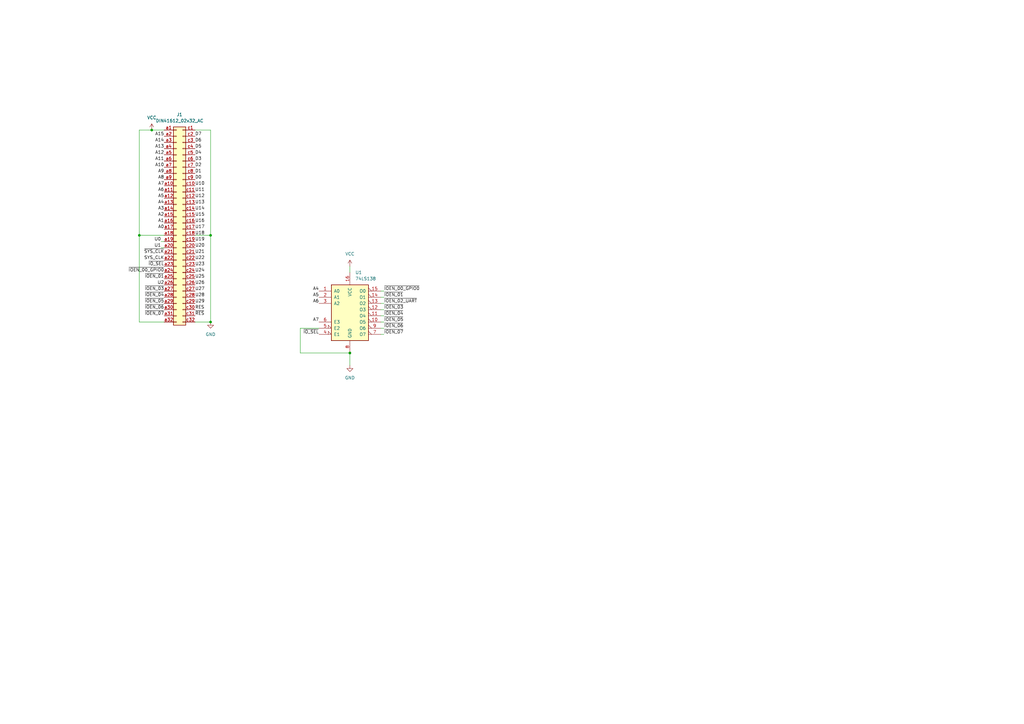
<source format=kicad_sch>
(kicad_sch (version 20230121) (generator eeschema)
  (paper "A3")
  (lib_symbols
    (symbol "74xx:74LS138" (pin_names (offset 1.016))
      (property "Reference" "U" (at -7.62 11.43 0))
      (property "Value" "74LS138" (at -7.62 -13.97 0))
      (symbol "74LS138_1_0"
        (pin input line (at -12.7 7.62 0) (length 5.08) (name "A0") (number "1"))
        (pin output output_low (at 12.7 -5.08 180) (length 5.08) (name "O5") (number "10"))
        (pin output output_low (at 12.7 -2.54 180) (length 5.08) (name "O4") (number "11"))
        (pin output output_low (at 12.7 0 180) (length 5.08) (name "O3") (number "12"))
        (pin output output_low (at 12.7 2.54 180) (length 5.08) (name "O2") (number "13"))
        (pin output output_low (at 12.7 5.08 180) (length 5.08) (name "O1") (number "14"))
        (pin output output_low (at 12.7 7.62 180) (length 5.08) (name "O0") (number "15"))
        (pin power_in line (at 0 15.24 270) (length 5.08) (name "VCC") (number "16"))
        (pin input line (at -12.7 5.08 0) (length 5.08) (name "A1") (number "2"))
        (pin input line (at -12.7 2.54 0) (length 5.08) (name "A2") (number "3"))
        (pin input input_low (at -12.7 -10.16 0) (length 5.08) (name "E1") (number "4"))
        (pin input input_low (at -12.7 -7.62 0) (length 5.08) (name "E2") (number "5"))
        (pin input line (at -12.7 -5.08 0) (length 5.08) (name "E3") (number "6"))
        (pin output output_low (at 12.7 -10.16 180) (length 5.08) (name "O7") (number "7"))
        (pin power_in line (at 0 -17.78 90) (length 5.08) (name "GND") (number "8"))
        (pin output output_low (at 12.7 -7.62 180) (length 5.08) (name "O6") (number "9"))
      )
      (symbol "74LS138_1_1"
        (rectangle (start -7.62 10.16) (end 7.62 -12.7) (stroke (width 0.254)) (fill (type background)))
      )
    )
    (symbol "Connector:DIN41612_02x32_AC" (pin_names (offset 1.016) hide)
      (property "Reference" "J" (at 1.27 40.64 0))
      (property "Value" "DIN41612_02x32_AC" (at 1.27 -43.18 0))
      (symbol "DIN41612_02x32_AC_1_1"
        (rectangle (start -1.27 -40.513) (end 0 -40.767) (stroke (width 0.1524)))
        (rectangle (start -1.27 -37.973) (end 0 -38.227) (stroke (width 0.1524)))
        (rectangle (start -1.27 -35.433) (end 0 -35.687) (stroke (width 0.1524)))
        (rectangle (start -1.27 -32.893) (end 0 -33.147) (stroke (width 0.1524)))
        (rectangle (start -1.27 -30.353) (end 0 -30.607) (stroke (width 0.1524)))
        (rectangle (start -1.27 -27.813) (end 0 -28.067) (stroke (width 0.1524)))
        (rectangle (start -1.27 -25.273) (end 0 -25.527) (stroke (width 0.1524)))
        (rectangle (start -1.27 -22.733) (end 0 -22.987) (stroke (width 0.1524)))
        (rectangle (start -1.27 -20.193) (end 0 -20.447) (stroke (width 0.1524)))
        (rectangle (start -1.27 -17.653) (end 0 -17.907) (stroke (width 0.1524)))
        (rectangle (start -1.27 -15.113) (end 0 -15.367) (stroke (width 0.1524)))
        (rectangle (start -1.27 -12.573) (end 0 -12.827) (stroke (width 0.1524)))
        (rectangle (start -1.27 -10.033) (end 0 -10.287) (stroke (width 0.1524)))
        (rectangle (start -1.27 -7.493) (end 0 -7.747) (stroke (width 0.1524)))
        (rectangle (start -1.27 -4.953) (end 0 -5.207) (stroke (width 0.1524)))
        (rectangle (start -1.27 -2.413) (end 0 -2.667) (stroke (width 0.1524)))
        (rectangle (start -1.27 0.127) (end 0 -0.127) (stroke (width 0.1524)))
        (rectangle (start -1.27 2.667) (end 0 2.413) (stroke (width 0.1524)))
        (rectangle (start -1.27 5.207) (end 0 4.953) (stroke (width 0.1524)))
        (rectangle (start -1.27 7.747) (end 0 7.493) (stroke (width 0.1524)))
        (rectangle (start -1.27 10.287) (end 0 10.033) (stroke (width 0.1524)))
        (rectangle (start -1.27 12.827) (end 0 12.573) (stroke (width 0.1524)))
        (rectangle (start -1.27 15.367) (end 0 15.113) (stroke (width 0.1524)))
        (rectangle (start -1.27 17.907) (end 0 17.653) (stroke (width 0.1524)))
        (rectangle (start -1.27 20.447) (end 0 20.193) (stroke (width 0.1524)))
        (rectangle (start -1.27 22.987) (end 0 22.733) (stroke (width 0.1524)))
        (rectangle (start -1.27 25.527) (end 0 25.273) (stroke (width 0.1524)))
        (rectangle (start -1.27 28.067) (end 0 27.813) (stroke (width 0.1524)))
        (rectangle (start -1.27 30.607) (end 0 30.353) (stroke (width 0.1524)))
        (rectangle (start -1.27 33.147) (end 0 32.893) (stroke (width 0.1524)))
        (rectangle (start -1.27 35.687) (end 0 35.433) (stroke (width 0.1524)))
        (rectangle (start -1.27 38.227) (end 0 37.973) (stroke (width 0.1524)))
        (rectangle (start -1.27 39.37) (end 3.81 -41.91) (stroke (width 0.254)) (fill (type background)))
        (rectangle (start 3.81 -40.513) (end 2.54 -40.767) (stroke (width 0.1524)))
        (rectangle (start 3.81 -37.973) (end 2.54 -38.227) (stroke (width 0.1524)))
        (rectangle (start 3.81 -35.433) (end 2.54 -35.687) (stroke (width 0.1524)))
        (rectangle (start 3.81 -32.893) (end 2.54 -33.147) (stroke (width 0.1524)))
        (rectangle (start 3.81 -30.353) (end 2.54 -30.607) (stroke (width 0.1524)))
        (rectangle (start 3.81 -27.813) (end 2.54 -28.067) (stroke (width 0.1524)))
        (rectangle (start 3.81 -25.273) (end 2.54 -25.527) (stroke (width 0.1524)))
        (rectangle (start 3.81 -22.733) (end 2.54 -22.987) (stroke (width 0.1524)))
        (rectangle (start 3.81 -20.193) (end 2.54 -20.447) (stroke (width 0.1524)))
        (rectangle (start 3.81 -17.653) (end 2.54 -17.907) (stroke (width 0.1524)))
        (rectangle (start 3.81 -15.113) (end 2.54 -15.367) (stroke (width 0.1524)))
        (rectangle (start 3.81 -12.573) (end 2.54 -12.827) (stroke (width 0.1524)))
        (rectangle (start 3.81 -10.033) (end 2.54 -10.287) (stroke (width 0.1524)))
        (rectangle (start 3.81 -7.493) (end 2.54 -7.747) (stroke (width 0.1524)))
        (rectangle (start 3.81 -4.953) (end 2.54 -5.207) (stroke (width 0.1524)))
        (rectangle (start 3.81 -2.413) (end 2.54 -2.667) (stroke (width 0.1524)))
        (rectangle (start 3.81 0.127) (end 2.54 -0.127) (stroke (width 0.1524)))
        (rectangle (start 3.81 2.667) (end 2.54 2.413) (stroke (width 0.1524)))
        (rectangle (start 3.81 5.207) (end 2.54 4.953) (stroke (width 0.1524)))
        (rectangle (start 3.81 7.747) (end 2.54 7.493) (stroke (width 0.1524)))
        (rectangle (start 3.81 10.287) (end 2.54 10.033) (stroke (width 0.1524)))
        (rectangle (start 3.81 12.827) (end 2.54 12.573) (stroke (width 0.1524)))
        (rectangle (start 3.81 15.367) (end 2.54 15.113) (stroke (width 0.1524)))
        (rectangle (start 3.81 17.907) (end 2.54 17.653) (stroke (width 0.1524)))
        (rectangle (start 3.81 20.447) (end 2.54 20.193) (stroke (width 0.1524)))
        (rectangle (start 3.81 22.987) (end 2.54 22.733) (stroke (width 0.1524)))
        (rectangle (start 3.81 25.527) (end 2.54 25.273) (stroke (width 0.1524)))
        (rectangle (start 3.81 28.067) (end 2.54 27.813) (stroke (width 0.1524)))
        (rectangle (start 3.81 30.607) (end 2.54 30.353) (stroke (width 0.1524)))
        (rectangle (start 3.81 33.147) (end 2.54 32.893) (stroke (width 0.1524)))
        (rectangle (start 3.81 35.687) (end 2.54 35.433) (stroke (width 0.1524)))
        (rectangle (start 3.81 38.227) (end 2.54 37.973) (stroke (width 0.1524)))
        (pin passive line (at -5.08 38.1 0) (length 3.81) (name "Pin_a1") (number "a1"))
        (pin passive line (at -5.08 15.24 0) (length 3.81) (name "Pin_a10") (number "a10"))
        (pin passive line (at -5.08 12.7 0) (length 3.81) (name "Pin_a11") (number "a11"))
        (pin passive line (at -5.08 10.16 0) (length 3.81) (name "Pin_a12") (number "a12"))
        (pin passive line (at -5.08 7.62 0) (length 3.81) (name "Pin_a13") (number "a13"))
        (pin passive line (at -5.08 5.08 0) (length 3.81) (name "Pin_a14") (number "a14"))
        (pin passive line (at -5.08 2.54 0) (length 3.81) (name "Pin_a15") (number "a15"))
        (pin passive line (at -5.08 0 0) (length 3.81) (name "Pin_a16") (number "a16"))
        (pin passive line (at -5.08 -2.54 0) (length 3.81) (name "Pin_a17") (number "a17"))
        (pin passive line (at -5.08 -5.08 0) (length 3.81) (name "Pin_a18") (number "a18"))
        (pin passive line (at -5.08 -7.62 0) (length 3.81) (name "Pin_a19") (number "a19"))
        (pin passive line (at -5.08 35.56 0) (length 3.81) (name "Pin_a2") (number "a2"))
        (pin passive line (at -5.08 -10.16 0) (length 3.81) (name "Pin_a20") (number "a20"))
        (pin passive line (at -5.08 -12.7 0) (length 3.81) (name "Pin_a21") (number "a21"))
        (pin passive line (at -5.08 -15.24 0) (length 3.81) (name "Pin_a22") (number "a22"))
        (pin passive line (at -5.08 -17.78 0) (length 3.81) (name "Pin_a23") (number "a23"))
        (pin passive line (at -5.08 -20.32 0) (length 3.81) (name "Pin_a24") (number "a24"))
        (pin passive line (at -5.08 -22.86 0) (length 3.81) (name "Pin_a25") (number "a25"))
        (pin passive line (at -5.08 -25.4 0) (length 3.81) (name "Pin_a26") (number "a26"))
        (pin passive line (at -5.08 -27.94 0) (length 3.81) (name "Pin_a27") (number "a27"))
        (pin passive line (at -5.08 -30.48 0) (length 3.81) (name "Pin_a28") (number "a28"))
        (pin passive line (at -5.08 -33.02 0) (length 3.81) (name "Pin_a29") (number "a29"))
        (pin passive line (at -5.08 33.02 0) (length 3.81) (name "Pin_a3") (number "a3"))
        (pin passive line (at -5.08 -35.56 0) (length 3.81) (name "Pin_a30") (number "a30"))
        (pin passive line (at -5.08 -38.1 0) (length 3.81) (name "Pin_a31") (number "a31"))
        (pin passive line (at -5.08 -40.64 0) (length 3.81) (name "Pin_a32") (number "a32"))
        (pin passive line (at -5.08 30.48 0) (length 3.81) (name "Pin_a4") (number "a4"))
        (pin passive line (at -5.08 27.94 0) (length 3.81) (name "Pin_a5") (number "a5"))
        (pin passive line (at -5.08 25.4 0) (length 3.81) (name "Pin_a6") (number "a6"))
        (pin passive line (at -5.08 22.86 0) (length 3.81) (name "Pin_a7") (number "a7"))
        (pin passive line (at -5.08 20.32 0) (length 3.81) (name "Pin_a8") (number "a8"))
        (pin passive line (at -5.08 17.78 0) (length 3.81) (name "Pin_a9") (number "a9"))
        (pin passive line (at 7.62 38.1 180) (length 3.81) (name "Pin_c1") (number "c1"))
        (pin passive line (at 7.62 15.24 180) (length 3.81) (name "Pin_c10") (number "c10"))
        (pin passive line (at 7.62 12.7 180) (length 3.81) (name "Pin_c11") (number "c11"))
        (pin passive line (at 7.62 10.16 180) (length 3.81) (name "Pin_c12") (number "c12"))
        (pin passive line (at 7.62 7.62 180) (length 3.81) (name "Pin_c13") (number "c13"))
        (pin passive line (at 7.62 5.08 180) (length 3.81) (name "Pin_c14") (number "c14"))
        (pin passive line (at 7.62 2.54 180) (length 3.81) (name "Pin_c15") (number "c15"))
        (pin passive line (at 7.62 0 180) (length 3.81) (name "Pin_c16") (number "c16"))
        (pin passive line (at 7.62 -2.54 180) (length 3.81) (name "Pin_c17") (number "c17"))
        (pin passive line (at 7.62 -5.08 180) (length 3.81) (name "Pin_c18") (number "c18"))
        (pin passive line (at 7.62 -7.62 180) (length 3.81) (name "Pin_c19") (number "c19"))
        (pin passive line (at 7.62 35.56 180) (length 3.81) (name "Pin_c2") (number "c2"))
        (pin passive line (at 7.62 -10.16 180) (length 3.81) (name "Pin_c20") (number "c20"))
        (pin passive line (at 7.62 -12.7 180) (length 3.81) (name "Pin_c21") (number "c21"))
        (pin passive line (at 7.62 -15.24 180) (length 3.81) (name "Pin_c22") (number "c22"))
        (pin passive line (at 7.62 -17.78 180) (length 3.81) (name "Pin_c23") (number "c23"))
        (pin passive line (at 7.62 -20.32 180) (length 3.81) (name "Pin_c24") (number "c24"))
        (pin passive line (at 7.62 -22.86 180) (length 3.81) (name "Pin_c25") (number "c25"))
        (pin passive line (at 7.62 -25.4 180) (length 3.81) (name "Pin_c26") (number "c26"))
        (pin passive line (at 7.62 -27.94 180) (length 3.81) (name "Pin_c27") (number "c27"))
        (pin passive line (at 7.62 -30.48 180) (length 3.81) (name "Pin_c28") (number "c28"))
        (pin passive line (at 7.62 -33.02 180) (length 3.81) (name "Pin_c29") (number "c29"))
        (pin passive line (at 7.62 33.02 180) (length 3.81) (name "Pin_c3") (number "c3"))
        (pin passive line (at 7.62 -35.56 180) (length 3.81) (name "Pin_c30") (number "c30"))
        (pin passive line (at 7.62 -38.1 180) (length 3.81) (name "Pin_c31") (number "c31"))
        (pin passive line (at 7.62 -40.64 180) (length 3.81) (name "Pin_c32") (number "c32"))
        (pin passive line (at 7.62 30.48 180) (length 3.81) (name "Pin_c4") (number "c4"))
        (pin passive line (at 7.62 27.94 180) (length 3.81) (name "Pin_c5") (number "c5"))
        (pin passive line (at 7.62 25.4 180) (length 3.81) (name "Pin_c6") (number "c6"))
        (pin passive line (at 7.62 22.86 180) (length 3.81) (name "Pin_c7") (number "c7"))
        (pin passive line (at 7.62 20.32 180) (length 3.81) (name "Pin_c8") (number "c8"))
        (pin passive line (at 7.62 17.78 180) (length 3.81) (name "Pin_c9") (number "c9"))
      )
    )
    (symbol "power:GND" (power) (pin_names (offset 0))
      (property "Value" "GND" (at 0 -3.81 0))
      (symbol "GND_0_1"
        (polyline (pts (xy 0 0) (xy 0 -1.27) (xy 1.27 -1.27) (xy 0 -2.54) (xy -1.27 -1.27) (xy 0 -1.27)))
      )
      (symbol "GND_1_1"
        (pin power_in line (at 0 0 270) (length 0) hide (name "GND") (number "1"))
      )
    )
    (symbol "power:VCC" (power) (pin_names (offset 0))
      (property "Value" "VCC" (at 0 3.81 0))
      (symbol "VCC_0_1"
        (polyline (pts (xy -0.762 1.27) (xy 0 2.54)))
        (polyline (pts (xy 0 0) (xy 0 2.54)))
        (polyline (pts (xy 0 2.54) (xy 0.762 1.27)))
      )
      (symbol "VCC_1_1"
        (pin power_in line (at 0 0 90) (length 0) hide (name "VCC") (number "1"))
      )
    )
  )
  (junction (at 57.15 96.52))
  (junction (at 143.51 144.78))
  (junction (at 86.36 96.52))
  (junction (at 62.23 53.34))
  (junction (at 86.36 132.08))
  (wire (pts (xy 130.81 134.62) (xy 123.19 134.62)))
  (wire (pts (xy 157.48 134.62) (xy 156.21 134.62)))
  (wire (pts (xy 57.15 96.52) (xy 57.15 132.08)))
  (wire (pts (xy 157.48 127) (xy 156.21 127)))
  (wire (pts (xy 157.48 129.54) (xy 156.21 129.54)))
  (wire (pts (xy 86.36 132.08) (xy 80.01 132.08)))
  (wire (pts (xy 143.51 109.22) (xy 143.51 111.76)))
  (wire (pts (xy 62.23 53.34) (xy 67.31 53.34)))
  (wire (pts (xy 57.15 53.34) (xy 62.23 53.34)))
  (wire (pts (xy 67.31 132.08) (xy 57.15 132.08)))
  (wire (pts (xy 157.48 137.16) (xy 156.21 137.16)))
  (wire (pts (xy 143.51 144.78) (xy 143.51 149.86)))
  (wire (pts (xy 157.48 121.92) (xy 156.21 121.92)))
  (wire (pts (xy 157.48 132.08) (xy 156.21 132.08)))
  (wire (pts (xy 86.36 53.34) (xy 86.36 96.52)))
  (wire (pts (xy 157.48 124.46) (xy 156.21 124.46)))
  (wire (pts (xy 66.04 101.6) (xy 67.31 101.6)))
  (wire (pts (xy 86.36 96.52) (xy 86.36 132.08)))
  (wire (pts (xy 80.01 53.34) (xy 86.36 53.34)))
  (wire (pts (xy 80.01 96.52) (xy 86.36 96.52)))
  (wire (pts (xy 57.15 53.34) (xy 57.15 96.52)))
  (wire (pts (xy 157.48 119.38) (xy 156.21 119.38)))
  (wire (pts (xy 123.19 144.78) (xy 143.51 144.78)))
  (wire (pts (xy 57.15 96.52) (xy 67.31 96.52)))
  (wire (pts (xy 123.19 134.62) (xy 123.19 144.78)))
  (wire (pts (xy 66.04 99.06) (xy 67.31 99.06)))
  (label "U14" (at 80.01 86.36 0))
  (label "U18" (at 80.01 96.52 0))
  (label "U24" (at 80.01 111.76 0))
  (label "SYS_CLK" (at 67.31 106.68 180))
  (label "A6" (at 130.81 124.46 180))
  (label "A9" (at 67.31 71.12 180))
  (label "D0" (at 80.01 73.66 0))
  (label "A4" (at 130.81 119.38 180))
  (label "~{RES}" (at 80.01 129.54 0))
  (label "A10" (at 67.31 68.58 180))
  (label "A13" (at 67.31 60.96 180))
  (label "~{IOEN_03}" (at 67.31 119.38 180))
  (label "A5" (at 67.31 81.28 180))
  (label "U21" (at 80.01 104.14 0))
  (label "U16" (at 80.01 91.44 0))
  (label "U25" (at 80.01 114.3 0))
  (label "A5" (at 130.81 121.92 180))
  (label "D6" (at 80.01 58.42 0))
  (label "U26" (at 80.01 116.84 0))
  (label "RES" (at 80.01 127 0))
  (label "U17" (at 80.01 93.98 0))
  (label "U1" (at 66.04 101.6 180))
  (label "U20" (at 80.01 101.6 0))
  (label "~{IOEN_05}" (at 157.48 132.08 0))
  (label "~{IOEN_01}" (at 157.48 121.92 0))
  (label "~{IOEN_01}" (at 67.31 114.3 180))
  (label "~{IOEN_06}" (at 157.48 134.62 0))
  (label "D5" (at 80.01 60.96 0))
  (label "~{IOEN_05}" (at 67.31 124.46 180))
  (label "A2" (at 67.31 88.9 180))
  (label "~{IOEN_04}" (at 157.48 129.54 0))
  (label "~{IOEN_03}" (at 157.48 127 0))
  (label "~{IOEN_07}" (at 67.31 129.54 180))
  (label "A7" (at 130.81 132.08 180))
  (label "U11" (at 80.01 78.74 0))
  (label "~{IOEN_02_UART}" (at 157.48 124.46 0))
  (label "~{IOEN_00_GPIO0}" (at 157.48 119.38 0))
  (label "D7" (at 80.01 55.88 0))
  (label "~{IO_SEL}" (at 130.81 137.16 180))
  (label "A1" (at 67.31 91.44 180))
  (label "~{IOEN_06}" (at 67.31 127 180))
  (label "U13" (at 80.01 83.82 0))
  (label "U28" (at 80.01 121.92 0))
  (label "A3" (at 67.31 86.36 180))
  (label "A11" (at 67.31 66.04 180))
  (label "U22" (at 80.01 106.68 0))
  (label "U29" (at 80.01 124.46 0))
  (label "A0" (at 67.31 93.98 180))
  (label "~{IOEN_00_GPIO0}" (at 67.31 111.76 180))
  (label "U12" (at 80.01 81.28 0))
  (label "A6" (at 67.31 78.74 180))
  (label "D2" (at 80.01 68.58 0))
  (label "D4" (at 80.01 63.5 0))
  (label "~{IOEN_07}" (at 157.48 137.16 0))
  (label "A12" (at 67.31 63.5 180))
  (label "D1" (at 80.01 71.12 0))
  (label "U2" (at 67.31 116.84 180))
  (label "U27" (at 80.01 119.38 0))
  (label "D3" (at 80.01 66.04 0))
  (label "A7" (at 67.31 76.2 180))
  (label "U10" (at 80.01 76.2 0))
  (label "U0" (at 66.04 99.06 180))
  (label "A4" (at 67.31 83.82 180))
  (label "U23" (at 80.01 109.22 0))
  (label "A8" (at 67.31 73.66 180))
  (label "U15" (at 80.01 88.9 0))
  (label "~{SYS_CLK}" (at 67.31 104.14 180))
  (label "A14" (at 67.31 58.42 180))
  (label "~{IO_SEL}" (at 67.31 109.22 180))
  (label "~{IOEN_04}" (at 67.31 121.92 180))
  (label "A15" (at 67.31 55.88 180))
  (label "U19" (at 80.01 99.06 0))
  (symbol (lib_id "power:VCC") (at 143.51 109.22 0) (unit 1)
    (property "Reference" "#PWR01" (effects hide))
    (property "Value" "VCC" (at 143.51 104.14 0))
  )
  (symbol (lib_id "power:VCC") (at 62.23 53.34 0) (unit 1)
    (property "Reference" "#PWR026" (effects hide))
    (property "Value" "VCC" (at 62.23 48.26 0))
  )
  (symbol (lib_id "Connector:DIN41612_02x32_AC") (at 72.39 91.44 0) (unit 1)
    (property "Reference" "J1" (at 73.66 46.99 0))
    (property "Value" "DIN41612_02x32_AC" (at 73.66 49.53 0))
    (property "Footprint" "Connector_DIN:DIN41612_C_2x32_Male_Horizontal_THT" (effects hide))
  )
  (symbol (lib_id "74xx:74LS138") (at 143.51 127 0) (unit 1)
    (property "Reference" "U1" (at 145.7041 111.76 0) (effects (justify left)))
    (property "Value" "74LS138" (at 145.7041 114.3 0) (effects (justify left)))
    (property "Footprint" "Package_DIP:DIP-16_W7.62mm_Socket" (effects hide))
    (property "Datasheet" "http://www.ti.com/lit/gpn/sn74LS138" (effects hide))
  )
  (symbol (lib_id "power:GND") (at 143.51 149.86 0) (unit 1)
    (property "Reference" "#PWR02" (effects hide))
    (property "Value" "GND" (at 143.51 154.94 0))
  )
  (symbol (lib_id "power:GND") (at 86.36 132.08 0) (unit 1)
    (property "Reference" "#PWR025" (effects hide))
    (property "Value" "GND" (at 86.36 137.16 0))
  )
)
</source>
